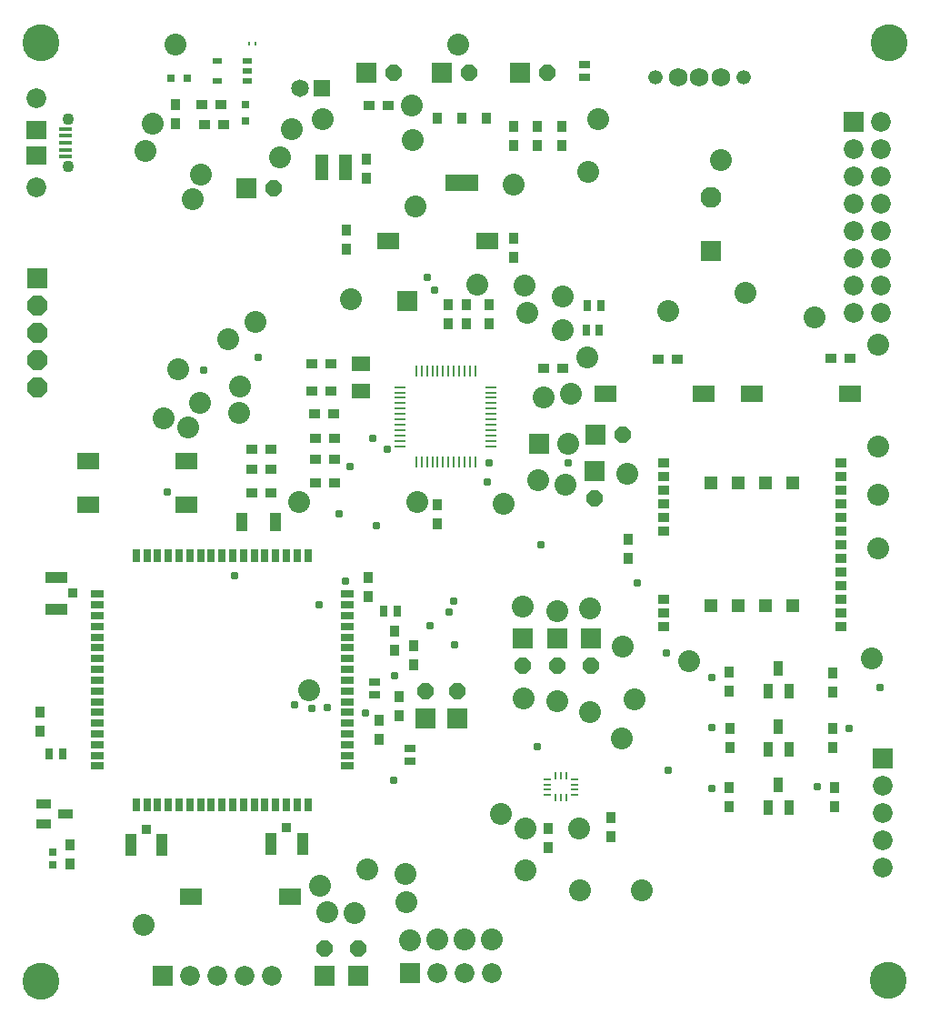
<source format=gbr>
%FSLAX35Y35*%
%MOMM*%
G04 EasyPC Gerber Version 18.0.9 Build 3640 *
%AMT161*0 Octagon Pad at angle 0*4,1,8,-0.30300,-0.73200,0.30300,-0.73200,0.73200,-0.30300,0.73200,0.30300,0.30300,0.73200,-0.30300,0.73200,-0.73200,0.30300,-0.73200,-0.30300,-0.30300,-0.73200,0*%
%ADD161T161*%
%AMT173*0 Octagon Pad at angle 0*4,1,8,-0.38090,-0.92000,0.38090,-0.92000,0.92000,-0.38090,0.92000,0.38090,0.38090,0.92000,-0.38090,0.92000,-0.92000,0.38090,-0.92000,-0.38090,-0.38090,-0.92000,0*%
%ADD173T173*%
%ADD157R,0.15000X0.41000*%
%ADD170R,0.26000X0.99000*%
%ADD180R,0.29000X0.71500*%
%ADD176R,0.66000X1.29000*%
%ADD156R,0.74000X0.74000*%
%ADD177R,0.74000X1.14000*%
%ADD162R,0.84000X0.99000*%
%ADD186R,0.94000X0.94000*%
%ADD154R,0.94000X1.03000*%
%ADD188R,0.94000X1.34000*%
%ADD185R,0.99000X2.14000*%
%ADD187R,1.05400X1.74200*%
%ADD172R,1.15000X2.34000*%
%ADD179R,1.21000X1.21000*%
%ADD159R,1.64000X1.64000*%
%ADD160R,1.84000X1.84000*%
%ADD165R,1.94000X1.94000*%
%ADD189C,0.79000*%
%ADD151C,1.09000*%
%ADD168C,1.34000*%
%ADD158C,1.64000*%
%ADD167C,1.74000*%
%ADD150C,1.84000*%
%ADD166C,1.94000*%
%ADD146C,2.04000*%
%ADD147C,3.44000*%
%ADD169R,0.99000X0.26000*%
%ADD181R,0.71500X0.29000*%
%ADD148R,1.29000X0.34000*%
%ADD152R,0.84000X0.49000*%
%ADD175R,1.29000X0.66000*%
%ADD153R,0.74000X0.74000*%
%ADD164R,1.14000X0.74000*%
%ADD178R,1.14000X0.84000*%
%ADD184R,0.94000X0.94000*%
%ADD155R,1.03000X0.94000*%
%ADD182R,1.34000X0.94000*%
%ADD183R,2.14000X0.99000*%
%ADD174R,1.69000X1.34000*%
%ADD163R,3.04000X1.49000*%
%ADD171R,2.12000X1.54000*%
%ADD149R,1.84000X1.74000*%
X0Y0D02*
D02*
D146*
X1236310Y786170D03*
X1257790Y7992240D03*
X1321290Y8249240D03*
X1423340Y5503130D03*
X1537190Y8985840D03*
X1562820Y5962780D03*
X1651580Y5417540D03*
X1699130Y7544610D03*
X1759360Y5645780D03*
X1768870Y7776020D03*
X2028810Y6235400D03*
X2128230Y5550680D03*
X2139760Y5801110D03*
X2279240Y6400240D03*
X2507480Y7931350D03*
X2615260Y8197630D03*
X2688170Y4720140D03*
X2783270Y2970300D03*
X2884710Y1153890D03*
X2906900Y8286390D03*
X2944940Y903460D03*
X3166840Y6609460D03*
X3201710Y897120D03*
X3325340Y1306050D03*
X3680380Y1261670D03*
X3686720Y995390D03*
X3717820Y646690D03*
X3734290Y8414340D03*
X3746990Y8096840D03*
X3772390Y7474540D03*
X3788160Y4720140D03*
X3971820Y653030D03*
X4166090Y8985840D03*
X4225620Y653030D03*
X4346080Y6748940D03*
X4479820Y653030D03*
X4561640Y1816420D03*
X4590170Y4707460D03*
X4686790Y7677740D03*
X4767690Y3746950D03*
X4774030Y2897390D03*
X4789880Y6742600D03*
X4793050Y1293370D03*
Y1683420D03*
X4808900Y6485830D03*
X4910340Y4926190D03*
X4964230Y5693740D03*
X5087860Y3712080D03*
X5094200Y2865690D03*
X5144920Y6320990D03*
Y6641160D03*
X5170280Y4884980D03*
X5189300Y5265380D03*
X5214660Y5731370D03*
X5290740Y1683280D03*
X5303420Y1106340D03*
X5366820Y6073730D03*
X5376330Y7801380D03*
X5395350Y2767420D03*
X5398520Y3731100D03*
X5474190Y8287340D03*
X5693330Y2526500D03*
X5702840Y3376060D03*
X5740880Y4989590D03*
X5813790Y2887880D03*
X5877190Y1106340D03*
X6124450Y6498510D03*
X6314650Y3246090D03*
X6613990Y7906340D03*
X6847210Y6669690D03*
X7484380Y6441450D03*
X8016940Y3268280D03*
X8080340Y5240020D03*
X8083510Y4295360D03*
Y4793050D03*
Y6184680D03*
D02*
D147*
X278970Y263120D03*
X282140Y8998540D03*
X8169640Y269460D03*
X8181780Y8998540D03*
D02*
D148*
X507210Y7938440D03*
Y8003440D03*
Y8068440D03*
Y8133440D03*
Y8198440D03*
D02*
D149*
X239710Y7953440D03*
Y8183440D03*
D02*
D150*
Y7650940D03*
Y8485940D03*
X1670200Y313840D03*
X1924200D03*
X2178200D03*
X2432200D03*
X3971820Y339200D03*
X4225820D03*
X4479820D03*
X7849090Y6483940D03*
Y6737940D03*
Y6991940D03*
Y7245940D03*
Y7499940D03*
Y7753940D03*
Y8007940D03*
X8103090Y6483940D03*
Y6737940D03*
Y6991940D03*
Y7245940D03*
Y7499940D03*
Y7753940D03*
Y8007940D03*
Y8261940D03*
X8121550Y1321100D03*
Y1575100D03*
Y1829100D03*
Y2083100D03*
D02*
D151*
X539710Y7845940D03*
Y8290940D03*
D02*
D152*
X1924540Y8643190D03*
Y8833190D03*
X2203940Y8643190D03*
Y8738190D03*
Y8833190D03*
D02*
D153*
X389920Y1347490D03*
Y1467490D03*
X1495290Y8668340D03*
X1645290D03*
D02*
D154*
X275570Y2589760D03*
Y2767560D03*
X551590Y1350290D03*
Y1528090D03*
X1537190Y8242890D03*
Y8420690D03*
X3124690Y7081650D03*
Y7259450D03*
X3315190Y7734670D03*
Y7912470D03*
X3331680Y3845080D03*
Y4022880D03*
X3433120Y2513680D03*
Y2691480D03*
X3578940Y3341050D03*
Y3518850D03*
X3616980Y2735580D03*
Y2913380D03*
X3750120Y3207910D03*
Y3385710D03*
X3975590Y4523460D03*
Y4701260D03*
X4077190Y6384250D03*
Y6562050D03*
X4242290Y6384250D03*
Y6562050D03*
X4458190Y6384250D03*
Y6562050D03*
X4686790Y7002400D03*
Y7180200D03*
Y8046040D03*
Y8223840D03*
X4902690Y8046040D03*
Y8223840D03*
X5005440Y1505620D03*
Y1683420D03*
X5131290Y8046040D03*
Y8223840D03*
X5588720Y1607060D03*
Y1784860D03*
X5747220Y4200120D03*
Y4377920D03*
X6695050Y1888130D03*
Y2065930D03*
Y2960650D03*
Y3138450D03*
X6701390Y2439710D03*
Y2617510D03*
X7658730Y2439710D03*
Y2617510D03*
Y2951140D03*
Y3128940D03*
X7671410Y1888130D03*
Y2065930D03*
D02*
D155*
X1778490Y8427040D03*
X1803890Y8236540D03*
X1956290Y8427040D03*
X1981690Y8236540D03*
X2248920Y4806520D03*
Y5028420D03*
Y5217830D03*
X2426720Y4806520D03*
Y5028420D03*
Y5217830D03*
X2801570Y5752720D03*
Y6010530D03*
X2830680Y5544140D03*
X2836800Y4900830D03*
Y5125040D03*
Y5315540D03*
X2979370Y5752720D03*
Y6010530D03*
X3008480Y5544140D03*
X3014600Y4900830D03*
Y5125040D03*
Y5315540D03*
X3340590Y8414340D03*
X3518390D03*
X4964090Y5969120D03*
X5141890D03*
X6032380Y6051540D03*
X6210180D03*
X7642740Y6057880D03*
X7820540D03*
D02*
D156*
X2184890Y8274490D03*
Y8424490D03*
D02*
D157*
X2217710Y8992190D03*
X2283710D03*
D02*
D158*
X2694490Y8579440D03*
D02*
D159*
X2894490D03*
D02*
D160*
X244100Y6809170D03*
X1416200Y313840D03*
X2193450Y7646050D03*
X2919580Y316810D03*
X3239750D03*
X3315190Y8719140D03*
X3689890Y6596780D03*
X3717820Y339200D03*
X3861450Y2710160D03*
X4013690Y8719140D03*
X4156260Y2710160D03*
X4743940Y8719140D03*
X4770860Y3452340D03*
X4923020Y5268550D03*
X5087860Y3452340D03*
X5408030D03*
X5439730Y5011980D03*
X5449040Y5350970D03*
X7849090Y8261940D03*
X8121550Y2337100D03*
D02*
D161*
X2447450Y7646050D03*
X2919580Y570810D03*
X3239750D03*
X3569190Y8719140D03*
X3861450Y2964160D03*
X4156260D03*
X4267690Y8719140D03*
X4770860Y3198340D03*
X4997940Y8719140D03*
X5087860Y3198340D03*
X5408030D03*
X5439730Y4757980D03*
X5703040Y5350970D03*
D02*
D162*
X3974190Y8295240D03*
X4204190D03*
X4434190D03*
D02*
D163*
X4204190Y7695240D03*
D02*
D164*
X3391910Y2926150D03*
Y3046150D03*
X3715250Y2311170D03*
Y2431170D03*
X5347190Y8674690D03*
Y8794690D03*
D02*
D165*
X6521940Y7059440D03*
D02*
D166*
Y7559440D03*
D02*
D167*
X6213990Y8674690D03*
X6413990D03*
X6613990D03*
D02*
D168*
X6003990D03*
X6823990D03*
D02*
D169*
X3629290Y5243740D03*
Y5293740D03*
Y5343740D03*
Y5393740D03*
Y5443740D03*
Y5493740D03*
Y5543740D03*
Y5593740D03*
Y5643740D03*
Y5693740D03*
Y5743740D03*
Y5793740D03*
X4474290Y5243740D03*
Y5293740D03*
Y5343740D03*
Y5393740D03*
Y5443740D03*
Y5493740D03*
Y5543740D03*
Y5593740D03*
Y5643740D03*
Y5693740D03*
Y5743740D03*
Y5793740D03*
D02*
D170*
X3776790Y5096240D03*
Y5941240D03*
X3826790Y5096240D03*
Y5941240D03*
X3876790Y5096240D03*
Y5941240D03*
X3926790Y5096240D03*
Y5941240D03*
X3976790Y5096240D03*
Y5941240D03*
X4026790Y5096240D03*
Y5941240D03*
X4076790Y5096240D03*
Y5941240D03*
X4126790Y5096240D03*
Y5941240D03*
X4176790Y5096240D03*
Y5941240D03*
X4226790Y5096240D03*
Y5941240D03*
X4276790Y5096240D03*
Y5941240D03*
X4326790Y5096240D03*
Y5941240D03*
D02*
D171*
X719250Y4694780D03*
Y5103710D03*
X1639250Y4694780D03*
Y5103710D03*
X1679760Y1046110D03*
X2599760D03*
X3515590Y7157040D03*
X4435590D03*
X5537650Y5734540D03*
X6457650D03*
X6900750Y5728200D03*
X7820750D03*
D02*
D172*
X2900890Y7839420D03*
X3119890D03*
D02*
D173*
X244100Y5793170D03*
Y6047170D03*
Y6301170D03*
Y6555170D03*
D02*
D174*
X3258770Y5758530D03*
Y6008530D03*
D02*
D175*
X806080Y2265400D03*
Y2365400D03*
Y2465400D03*
Y2565400D03*
Y2665400D03*
Y2765400D03*
Y2865400D03*
Y2965400D03*
Y3065400D03*
Y3165400D03*
Y3265400D03*
Y3365400D03*
Y3465400D03*
Y3565400D03*
Y3665400D03*
Y3765400D03*
Y3865400D03*
X3131080Y2265400D03*
Y2365400D03*
Y2465400D03*
Y2565400D03*
Y2665400D03*
Y2765400D03*
Y2865400D03*
Y2965400D03*
Y3065400D03*
Y3165400D03*
Y3265400D03*
Y3365400D03*
Y3465400D03*
Y3565400D03*
Y3665400D03*
Y3765400D03*
Y3865400D03*
D02*
D176*
X1168580Y1902900D03*
Y4227900D03*
X1268580Y1902900D03*
Y4227900D03*
X1368580Y1902900D03*
Y4227900D03*
X1468580Y1902900D03*
Y4227900D03*
X1568580Y1902900D03*
Y4227900D03*
X1668580Y1902900D03*
Y4227900D03*
X1768580Y1902900D03*
Y4227900D03*
X1868580Y1902900D03*
Y4227900D03*
X1968580Y1902900D03*
Y4227900D03*
X2068580Y1902900D03*
Y4227900D03*
X2168580Y1902900D03*
Y4227900D03*
X2268580Y1902900D03*
Y4227900D03*
X2368580Y1902900D03*
Y4227900D03*
X2468580Y1902900D03*
Y4227900D03*
X2568580Y1902900D03*
Y4227900D03*
X2668580Y1902900D03*
Y4227900D03*
X2768580Y1902900D03*
Y4227900D03*
D02*
D177*
X361390Y2377510D03*
X481390D03*
X3477730Y3712080D03*
X3597730D03*
X5360710Y6320990D03*
X5373390Y6555570D03*
X5480710Y6320990D03*
X5493390Y6555570D03*
D02*
D178*
X6078770Y3568230D03*
Y3695230D03*
Y3822230D03*
Y4457230D03*
Y4584230D03*
Y4711230D03*
Y4838230D03*
Y4965230D03*
Y5092230D03*
X7729770Y3568230D03*
Y3695230D03*
Y3822230D03*
Y3949230D03*
Y4076230D03*
Y4203230D03*
Y4330230D03*
Y4457230D03*
Y4584230D03*
Y4711230D03*
Y4838230D03*
Y4965230D03*
Y5092230D03*
D02*
D179*
X6523270Y3759730D03*
Y4900730D03*
X6777270Y3759730D03*
Y4900730D03*
X7031270Y3759730D03*
Y4900730D03*
X7285270Y3759730D03*
Y4900730D03*
D02*
D180*
X5071820Y1968770D03*
Y2171270D03*
X5121820Y1968770D03*
Y2171270D03*
X5171820Y1968770D03*
Y2171270D03*
D02*
D181*
X4995570Y1995020D03*
Y2045020D03*
Y2095020D03*
Y2145020D03*
X5248070Y1995020D03*
Y2045020D03*
Y2095020D03*
Y2145020D03*
D02*
D182*
X303710Y1724590D03*
Y1914590D03*
X513710Y1819590D03*
D02*
D183*
X429280Y3726250D03*
Y4021250D03*
D02*
D184*
X579280Y3873750D03*
D02*
D185*
X1116390Y1529270D03*
X1411390D03*
X2422430Y1538780D03*
X2717430D03*
D02*
D186*
X1263890Y1679270D03*
X2569930Y1688780D03*
D02*
D187*
X2153540Y4536280D03*
X2468340D03*
D02*
D188*
X7057350Y1878370D03*
Y2423610D03*
Y2966740D03*
X7152350Y2088370D03*
Y2633610D03*
Y3176740D03*
X7247350Y1878370D03*
Y2423610D03*
Y2966740D03*
D02*
D189*
X1458210Y4815240D03*
X1800570Y5950100D03*
X2082700Y4038590D03*
X2304600Y6073730D03*
X2640620Y2837160D03*
X2808630Y2799120D03*
X2868860Y3769140D03*
X2951280Y2808630D03*
X3062230Y4612360D03*
X3116120Y3987870D03*
X3160500Y5056160D03*
X3306320Y2757910D03*
X3376060Y5319270D03*
X3404590Y4507750D03*
X3509200Y5211490D03*
X3569430Y2130250D03*
X3578940Y3109780D03*
X3876790Y6814140D03*
X3902280Y3569430D03*
X3950190Y6699840D03*
X4086140Y3699400D03*
X4124180Y3800840D03*
X4133690Y3398250D03*
X4441180Y4910340D03*
X4457030Y5087860D03*
X4904000Y2444080D03*
X4942040Y4330230D03*
X5192470Y5087860D03*
X5832810Y3972020D03*
X6108600Y3315830D03*
X6127620Y2222180D03*
X6533380Y2057340D03*
Y2621600D03*
Y3090760D03*
X7512910Y2070020D03*
X7804550Y2618430D03*
X8096190Y2995660D03*
X0Y0D02*
M02*

</source>
